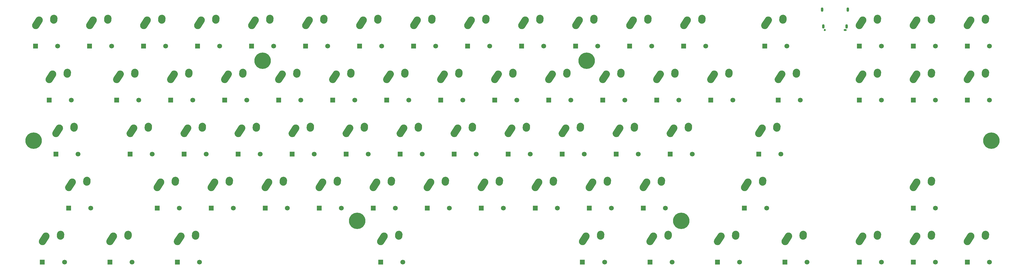
<source format=gts>
%TF.GenerationSoftware,KiCad,Pcbnew,(5.1.6)-1*%
%TF.CreationDate,2020-08-01T22:19:26-04:00*%
%TF.ProjectId,prosaic,70726f73-6169-4632-9e6b-696361645f70,A*%
%TF.SameCoordinates,Original*%
%TF.FileFunction,Soldermask,Top*%
%TF.FilePolarity,Negative*%
%FSLAX46Y46*%
G04 Gerber Fmt 4.6, Leading zero omitted, Abs format (unit mm)*
G04 Created by KiCad (PCBNEW (5.1.6)-1) date 2020-08-01 22:19:26*
%MOMM*%
%LPD*%
G01*
G04 APERTURE LIST*
%ADD10C,0.750000*%
%ADD11O,1.050000X0.750000*%
%ADD12O,0.900000X1.500000*%
%ADD13C,5.800000*%
%ADD14C,1.700000*%
%ADD15R,1.700000X1.700000*%
G04 APERTURE END LIST*
D10*
%TO.C,J1*%
X329340000Y-78990000D03*
D11*
X336540000Y-78990000D03*
D12*
X328450000Y-71790000D03*
X337430000Y-71790000D03*
X337070000Y-77740000D03*
X328810000Y-77740000D03*
%TD*%
D13*
%TO.C,REF\u002A\u002A*%
X388126556Y-118061660D03*
%TD*%
%TO.C,REF\u002A\u002A*%
X278725056Y-146335860D03*
%TD*%
%TO.C,REF\u002A\u002A*%
X245388056Y-89785860D03*
%TD*%
%TO.C,REF\u002A\u002A*%
X164425056Y-146335860D03*
%TD*%
%TO.C,REF\u002A\u002A*%
X131087456Y-89785860D03*
%TD*%
%TO.C,REF\u002A\u002A*%
X50262641Y-118061660D03*
%TD*%
%TO.C,K59*%
G36*
G01*
X306118180Y-132529876D02*
X306157628Y-131951219D01*
G75*
G02*
X307543038Y-130742649I1296990J-88420D01*
G01*
X307543038Y-130742649D01*
G75*
G02*
X308751608Y-132128059I-88420J-1296990D01*
G01*
X308712160Y-132706715D01*
G75*
G02*
X307326750Y-133915285I-1296990J88420D01*
G01*
X307326750Y-133915285D01*
G75*
G02*
X306118180Y-132529875I88420J1296990D01*
G01*
G37*
G36*
G01*
X299959023Y-133849293D02*
X301167947Y-131951663D01*
G75*
G02*
X302962845Y-131553743I1096409J-698489D01*
G01*
X302962845Y-131553743D01*
G75*
G02*
X303360765Y-133348641I-698489J-1096409D01*
G01*
X302151841Y-135246271D01*
G75*
G02*
X300356943Y-135644191I-1096409J698489D01*
G01*
X300356943Y-135644191D01*
G75*
G02*
X299959023Y-133849293I698489J1096409D01*
G01*
G37*
%TD*%
%TO.C,K62*%
G36*
G01*
X311123680Y-113479826D02*
X311163128Y-112901169D01*
G75*
G02*
X312548538Y-111692599I1296990J-88420D01*
G01*
X312548538Y-111692599D01*
G75*
G02*
X313757108Y-113078009I-88420J-1296990D01*
G01*
X313717660Y-113656665D01*
G75*
G02*
X312332250Y-114865235I-1296990J88420D01*
G01*
X312332250Y-114865235D01*
G75*
G02*
X311123680Y-113479825I88420J1296990D01*
G01*
G37*
G36*
G01*
X304964523Y-114799243D02*
X306173447Y-112901613D01*
G75*
G02*
X307968345Y-112503693I1096409J-698489D01*
G01*
X307968345Y-112503693D01*
G75*
G02*
X308366265Y-114298591I-698489J-1096409D01*
G01*
X307157341Y-116196221D01*
G75*
G02*
X305362443Y-116594141I-1096409J698489D01*
G01*
X305362443Y-116594141D01*
G75*
G02*
X304964523Y-114799243I698489J1096409D01*
G01*
G37*
%TD*%
%TO.C,K4*%
G36*
G01*
X67749680Y-132529876D02*
X67789128Y-131951219D01*
G75*
G02*
X69174538Y-130742649I1296990J-88420D01*
G01*
X69174538Y-130742649D01*
G75*
G02*
X70383108Y-132128059I-88420J-1296990D01*
G01*
X70343660Y-132706715D01*
G75*
G02*
X68958250Y-133915285I-1296990J88420D01*
G01*
X68958250Y-133915285D01*
G75*
G02*
X67749680Y-132529875I88420J1296990D01*
G01*
G37*
G36*
G01*
X61590523Y-133849293D02*
X62799447Y-131951663D01*
G75*
G02*
X64594345Y-131553743I1096409J-698489D01*
G01*
X64594345Y-131553743D01*
G75*
G02*
X64992265Y-133348641I-698489J-1096409D01*
G01*
X63783341Y-135246271D01*
G75*
G02*
X61988443Y-135644191I-1096409J698489D01*
G01*
X61988443Y-135644191D01*
G75*
G02*
X61590523Y-133849293I698489J1096409D01*
G01*
G37*
%TD*%
%TO.C,K64*%
G36*
G01*
X313262180Y-75379826D02*
X313301628Y-74801169D01*
G75*
G02*
X314687038Y-73592599I1296990J-88420D01*
G01*
X314687038Y-73592599D01*
G75*
G02*
X315895608Y-74978009I-88420J-1296990D01*
G01*
X315856160Y-75556665D01*
G75*
G02*
X314470750Y-76765235I-1296990J88420D01*
G01*
X314470750Y-76765235D01*
G75*
G02*
X313262180Y-75379825I88420J1296990D01*
G01*
G37*
G36*
G01*
X307103023Y-76699243D02*
X308311947Y-74801613D01*
G75*
G02*
X310106845Y-74403693I1096409J-698489D01*
G01*
X310106845Y-74403693D01*
G75*
G02*
X310504765Y-76198591I-698489J-1096409D01*
G01*
X309295841Y-78096221D01*
G75*
G02*
X307500943Y-78494141I-1096409J698489D01*
G01*
X307500943Y-78494141D01*
G75*
G02*
X307103023Y-76699243I698489J1096409D01*
G01*
G37*
%TD*%
%TO.C,K3*%
G36*
G01*
X63229740Y-113479226D02*
X63269188Y-112900569D01*
G75*
G02*
X64654598Y-111691999I1296990J-88420D01*
G01*
X64654598Y-111691999D01*
G75*
G02*
X65863168Y-113077409I-88420J-1296990D01*
G01*
X65823720Y-113656065D01*
G75*
G02*
X64438310Y-114864635I-1296990J88420D01*
G01*
X64438310Y-114864635D01*
G75*
G02*
X63229740Y-113479225I88420J1296990D01*
G01*
G37*
G36*
G01*
X57070583Y-114798643D02*
X58279507Y-112901013D01*
G75*
G02*
X60074405Y-112503093I1096409J-698489D01*
G01*
X60074405Y-112503093D01*
G75*
G02*
X60472325Y-114297991I-698489J-1096409D01*
G01*
X59263401Y-116195621D01*
G75*
G02*
X57468503Y-116593541I-1096409J698489D01*
G01*
X57468503Y-116593541D01*
G75*
G02*
X57070583Y-114798643I698489J1096409D01*
G01*
G37*
%TD*%
%TO.C,K2*%
G36*
G01*
X60849165Y-94429976D02*
X60888613Y-93851319D01*
G75*
G02*
X62274023Y-92642749I1296990J-88420D01*
G01*
X62274023Y-92642749D01*
G75*
G02*
X63482593Y-94028159I-88420J-1296990D01*
G01*
X63443145Y-94606815D01*
G75*
G02*
X62057735Y-95815385I-1296990J88420D01*
G01*
X62057735Y-95815385D01*
G75*
G02*
X60849165Y-94429975I88420J1296990D01*
G01*
G37*
G36*
G01*
X54690008Y-95749393D02*
X55898932Y-93851763D01*
G75*
G02*
X57693830Y-93453843I1096409J-698489D01*
G01*
X57693830Y-93453843D01*
G75*
G02*
X58091750Y-95248741I-698489J-1096409D01*
G01*
X56882826Y-97146371D01*
G75*
G02*
X55087928Y-97544291I-1096409J698489D01*
G01*
X55087928Y-97544291D01*
G75*
G02*
X54690008Y-95749393I698489J1096409D01*
G01*
G37*
%TD*%
%TO.C,K65*%
G36*
G01*
X318024180Y-94429976D02*
X318063628Y-93851319D01*
G75*
G02*
X319449038Y-92642749I1296990J-88420D01*
G01*
X319449038Y-92642749D01*
G75*
G02*
X320657608Y-94028159I-88420J-1296990D01*
G01*
X320618160Y-94606815D01*
G75*
G02*
X319232750Y-95815385I-1296990J88420D01*
G01*
X319232750Y-95815385D01*
G75*
G02*
X318024180Y-94429975I88420J1296990D01*
G01*
G37*
G36*
G01*
X311865023Y-95749393D02*
X313073947Y-93851763D01*
G75*
G02*
X314868845Y-93453843I1096409J-698489D01*
G01*
X314868845Y-93453843D01*
G75*
G02*
X315266765Y-95248741I-698489J-1096409D01*
G01*
X314057841Y-97146371D01*
G75*
G02*
X312262943Y-97544291I-1096409J698489D01*
G01*
X312262943Y-97544291D01*
G75*
G02*
X311865023Y-95749393I698489J1096409D01*
G01*
G37*
%TD*%
%TO.C,K5*%
G36*
G01*
X58468630Y-151579196D02*
X58508078Y-151000539D01*
G75*
G02*
X59893488Y-149791969I1296990J-88420D01*
G01*
X59893488Y-149791969D01*
G75*
G02*
X61102058Y-151177379I-88420J-1296990D01*
G01*
X61062610Y-151756035D01*
G75*
G02*
X59677200Y-152964605I-1296990J88420D01*
G01*
X59677200Y-152964605D01*
G75*
G02*
X58468630Y-151579195I88420J1296990D01*
G01*
G37*
G36*
G01*
X52309473Y-152898613D02*
X53518397Y-151000983D01*
G75*
G02*
X55313295Y-150603063I1096409J-698489D01*
G01*
X55313295Y-150603063D01*
G75*
G02*
X55711215Y-152397961I-698489J-1096409D01*
G01*
X54502291Y-154295591D01*
G75*
G02*
X52707393Y-154693511I-1096409J698489D01*
G01*
X52707393Y-154693511D01*
G75*
G02*
X52309473Y-152898613I698489J1096409D01*
G01*
G37*
%TD*%
%TO.C,K10*%
G36*
G01*
X82279680Y-151579196D02*
X82319128Y-151000539D01*
G75*
G02*
X83704538Y-149791969I1296990J-88420D01*
G01*
X83704538Y-149791969D01*
G75*
G02*
X84913108Y-151177379I-88420J-1296990D01*
G01*
X84873660Y-151756035D01*
G75*
G02*
X83488250Y-152964605I-1296990J88420D01*
G01*
X83488250Y-152964605D01*
G75*
G02*
X82279680Y-151579195I88420J1296990D01*
G01*
G37*
G36*
G01*
X76120523Y-152898613D02*
X77329447Y-151000983D01*
G75*
G02*
X79124345Y-150603063I1096409J-698489D01*
G01*
X79124345Y-150603063D01*
G75*
G02*
X79522265Y-152397961I-698489J-1096409D01*
G01*
X78313341Y-154295591D01*
G75*
G02*
X76518443Y-154693511I-1096409J698489D01*
G01*
X76518443Y-154693511D01*
G75*
G02*
X76120523Y-152898613I698489J1096409D01*
G01*
G37*
%TD*%
%TO.C,K15*%
G36*
G01*
X106093580Y-151579196D02*
X106133028Y-151000539D01*
G75*
G02*
X107518438Y-149791969I1296990J-88420D01*
G01*
X107518438Y-149791969D01*
G75*
G02*
X108727008Y-151177379I-88420J-1296990D01*
G01*
X108687560Y-151756035D01*
G75*
G02*
X107302150Y-152964605I-1296990J88420D01*
G01*
X107302150Y-152964605D01*
G75*
G02*
X106093580Y-151579195I88420J1296990D01*
G01*
G37*
G36*
G01*
X99934423Y-152898613D02*
X101143347Y-151000983D01*
G75*
G02*
X102938245Y-150603063I1096409J-698489D01*
G01*
X102938245Y-150603063D01*
G75*
G02*
X103336165Y-152397961I-698489J-1096409D01*
G01*
X102127241Y-154295591D01*
G75*
G02*
X100332343Y-154693511I-1096409J698489D01*
G01*
X100332343Y-154693511D01*
G75*
G02*
X99934423Y-152898613I698489J1096409D01*
G01*
G37*
%TD*%
%TO.C,K25*%
G36*
G01*
X248968680Y-151579196D02*
X249008128Y-151000539D01*
G75*
G02*
X250393538Y-149791969I1296990J-88420D01*
G01*
X250393538Y-149791969D01*
G75*
G02*
X251602108Y-151177379I-88420J-1296990D01*
G01*
X251562660Y-151756035D01*
G75*
G02*
X250177250Y-152964605I-1296990J88420D01*
G01*
X250177250Y-152964605D01*
G75*
G02*
X248968680Y-151579195I88420J1296990D01*
G01*
G37*
G36*
G01*
X242809523Y-152898613D02*
X244018447Y-151000983D01*
G75*
G02*
X245813345Y-150603063I1096409J-698489D01*
G01*
X245813345Y-150603063D01*
G75*
G02*
X246211265Y-152397961I-698489J-1096409D01*
G01*
X245002341Y-154295591D01*
G75*
G02*
X243207443Y-154693511I-1096409J698489D01*
G01*
X243207443Y-154693511D01*
G75*
G02*
X242809523Y-152898613I698489J1096409D01*
G01*
G37*
%TD*%
%TO.C,K30*%
G36*
G01*
X272779680Y-151579196D02*
X272819128Y-151000539D01*
G75*
G02*
X274204538Y-149791969I1296990J-88420D01*
G01*
X274204538Y-149791969D01*
G75*
G02*
X275413108Y-151177379I-88420J-1296990D01*
G01*
X275373660Y-151756035D01*
G75*
G02*
X273988250Y-152964605I-1296990J88420D01*
G01*
X273988250Y-152964605D01*
G75*
G02*
X272779680Y-151579195I88420J1296990D01*
G01*
G37*
G36*
G01*
X266620523Y-152898613D02*
X267829447Y-151000983D01*
G75*
G02*
X269624345Y-150603063I1096409J-698489D01*
G01*
X269624345Y-150603063D01*
G75*
G02*
X270022265Y-152397961I-698489J-1096409D01*
G01*
X268813341Y-154295591D01*
G75*
G02*
X267018443Y-154693511I-1096409J698489D01*
G01*
X267018443Y-154693511D01*
G75*
G02*
X266620523Y-152898613I698489J1096409D01*
G01*
G37*
%TD*%
%TO.C,K35*%
G36*
G01*
X296593680Y-151579196D02*
X296633128Y-151000539D01*
G75*
G02*
X298018538Y-149791969I1296990J-88420D01*
G01*
X298018538Y-149791969D01*
G75*
G02*
X299227108Y-151177379I-88420J-1296990D01*
G01*
X299187660Y-151756035D01*
G75*
G02*
X297802250Y-152964605I-1296990J88420D01*
G01*
X297802250Y-152964605D01*
G75*
G02*
X296593680Y-151579195I88420J1296990D01*
G01*
G37*
G36*
G01*
X290434523Y-152898613D02*
X291643447Y-151000983D01*
G75*
G02*
X293438345Y-150603063I1096409J-698489D01*
G01*
X293438345Y-150603063D01*
G75*
G02*
X293836265Y-152397961I-698489J-1096409D01*
G01*
X292627341Y-154295591D01*
G75*
G02*
X290832443Y-154693511I-1096409J698489D01*
G01*
X290832443Y-154693511D01*
G75*
G02*
X290434523Y-152898613I698489J1096409D01*
G01*
G37*
%TD*%
%TO.C,K40*%
G36*
G01*
X320404680Y-151579196D02*
X320444128Y-151000539D01*
G75*
G02*
X321829538Y-149791969I1296990J-88420D01*
G01*
X321829538Y-149791969D01*
G75*
G02*
X323038108Y-151177379I-88420J-1296990D01*
G01*
X322998660Y-151756035D01*
G75*
G02*
X321613250Y-152964605I-1296990J88420D01*
G01*
X321613250Y-152964605D01*
G75*
G02*
X320404680Y-151579195I88420J1296990D01*
G01*
G37*
G36*
G01*
X314245523Y-152898613D02*
X315454447Y-151000983D01*
G75*
G02*
X317249345Y-150603063I1096409J-698489D01*
G01*
X317249345Y-150603063D01*
G75*
G02*
X317647265Y-152397961I-698489J-1096409D01*
G01*
X316438341Y-154295591D01*
G75*
G02*
X314643443Y-154693511I-1096409J698489D01*
G01*
X314643443Y-154693511D01*
G75*
G02*
X314245523Y-152898613I698489J1096409D01*
G01*
G37*
%TD*%
%TO.C,K11*%
G36*
G01*
X94185880Y-75380676D02*
X94225328Y-74802019D01*
G75*
G02*
X95610738Y-73593449I1296990J-88420D01*
G01*
X95610738Y-73593449D01*
G75*
G02*
X96819308Y-74978859I-88420J-1296990D01*
G01*
X96779860Y-75557515D01*
G75*
G02*
X95394450Y-76766085I-1296990J88420D01*
G01*
X95394450Y-76766085D01*
G75*
G02*
X94185880Y-75380675I88420J1296990D01*
G01*
G37*
G36*
G01*
X88026723Y-76700093D02*
X89235647Y-74802463D01*
G75*
G02*
X91030545Y-74404543I1096409J-698489D01*
G01*
X91030545Y-74404543D01*
G75*
G02*
X91428465Y-76199441I-698489J-1096409D01*
G01*
X90219541Y-78097071D01*
G75*
G02*
X88424643Y-78494991I-1096409J698489D01*
G01*
X88424643Y-78494991D01*
G75*
G02*
X88026723Y-76700093I698489J1096409D01*
G01*
G37*
%TD*%
%TO.C,K6*%
G36*
G01*
X75136580Y-75380676D02*
X75176028Y-74802019D01*
G75*
G02*
X76561438Y-73593449I1296990J-88420D01*
G01*
X76561438Y-73593449D01*
G75*
G02*
X77770008Y-74978859I-88420J-1296990D01*
G01*
X77730560Y-75557515D01*
G75*
G02*
X76345150Y-76766085I-1296990J88420D01*
G01*
X76345150Y-76766085D01*
G75*
G02*
X75136580Y-75380675I88420J1296990D01*
G01*
G37*
G36*
G01*
X68977423Y-76700093D02*
X70186347Y-74802463D01*
G75*
G02*
X71981245Y-74404543I1096409J-698489D01*
G01*
X71981245Y-74404543D01*
G75*
G02*
X72379165Y-76199441I-698489J-1096409D01*
G01*
X71170241Y-78097071D01*
G75*
G02*
X69375343Y-78494991I-1096409J698489D01*
G01*
X69375343Y-78494991D01*
G75*
G02*
X68977423Y-76700093I698489J1096409D01*
G01*
G37*
%TD*%
%TO.C,K1*%
G36*
G01*
X56087350Y-75380676D02*
X56126798Y-74802019D01*
G75*
G02*
X57512208Y-73593449I1296990J-88420D01*
G01*
X57512208Y-73593449D01*
G75*
G02*
X58720778Y-74978859I-88420J-1296990D01*
G01*
X58681330Y-75557515D01*
G75*
G02*
X57295920Y-76766085I-1296990J88420D01*
G01*
X57295920Y-76766085D01*
G75*
G02*
X56087350Y-75380675I88420J1296990D01*
G01*
G37*
G36*
G01*
X49928193Y-76700093D02*
X51137117Y-74802463D01*
G75*
G02*
X52932015Y-74404543I1096409J-698489D01*
G01*
X52932015Y-74404543D01*
G75*
G02*
X53329935Y-76199441I-698489J-1096409D01*
G01*
X52121011Y-78097071D01*
G75*
G02*
X50326113Y-78494991I-1096409J698489D01*
G01*
X50326113Y-78494991D01*
G75*
G02*
X49928193Y-76700093I698489J1096409D01*
G01*
G37*
%TD*%
%TO.C,K16*%
G36*
G01*
X113235880Y-75380676D02*
X113275328Y-74802019D01*
G75*
G02*
X114660738Y-73593449I1296990J-88420D01*
G01*
X114660738Y-73593449D01*
G75*
G02*
X115869308Y-74978859I-88420J-1296990D01*
G01*
X115829860Y-75557515D01*
G75*
G02*
X114444450Y-76766085I-1296990J88420D01*
G01*
X114444450Y-76766085D01*
G75*
G02*
X113235880Y-75380675I88420J1296990D01*
G01*
G37*
G36*
G01*
X107076723Y-76700093D02*
X108285647Y-74802463D01*
G75*
G02*
X110080545Y-74404543I1096409J-698489D01*
G01*
X110080545Y-74404543D01*
G75*
G02*
X110478465Y-76199441I-698489J-1096409D01*
G01*
X109269541Y-78097071D01*
G75*
G02*
X107474643Y-78494991I-1096409J698489D01*
G01*
X107474643Y-78494991D01*
G75*
G02*
X107076723Y-76700093I698489J1096409D01*
G01*
G37*
%TD*%
%TO.C,K21*%
G36*
G01*
X132286580Y-75380676D02*
X132326028Y-74802019D01*
G75*
G02*
X133711438Y-73593449I1296990J-88420D01*
G01*
X133711438Y-73593449D01*
G75*
G02*
X134920008Y-74978859I-88420J-1296990D01*
G01*
X134880560Y-75557515D01*
G75*
G02*
X133495150Y-76766085I-1296990J88420D01*
G01*
X133495150Y-76766085D01*
G75*
G02*
X132286580Y-75380675I88420J1296990D01*
G01*
G37*
G36*
G01*
X126127423Y-76700093D02*
X127336347Y-74802463D01*
G75*
G02*
X129131245Y-74404543I1096409J-698489D01*
G01*
X129131245Y-74404543D01*
G75*
G02*
X129529165Y-76199441I-698489J-1096409D01*
G01*
X128320241Y-78097071D01*
G75*
G02*
X126525343Y-78494991I-1096409J698489D01*
G01*
X126525343Y-78494991D01*
G75*
G02*
X126127423Y-76700093I698489J1096409D01*
G01*
G37*
%TD*%
%TO.C,K26*%
G36*
G01*
X151335880Y-75380676D02*
X151375328Y-74802019D01*
G75*
G02*
X152760738Y-73593449I1296990J-88420D01*
G01*
X152760738Y-73593449D01*
G75*
G02*
X153969308Y-74978859I-88420J-1296990D01*
G01*
X153929860Y-75557515D01*
G75*
G02*
X152544450Y-76766085I-1296990J88420D01*
G01*
X152544450Y-76766085D01*
G75*
G02*
X151335880Y-75380675I88420J1296990D01*
G01*
G37*
G36*
G01*
X145176723Y-76700093D02*
X146385647Y-74802463D01*
G75*
G02*
X148180545Y-74404543I1096409J-698489D01*
G01*
X148180545Y-74404543D01*
G75*
G02*
X148578465Y-76199441I-698489J-1096409D01*
G01*
X147369541Y-78097071D01*
G75*
G02*
X145574643Y-78494991I-1096409J698489D01*
G01*
X145574643Y-78494991D01*
G75*
G02*
X145176723Y-76700093I698489J1096409D01*
G01*
G37*
%TD*%
%TO.C,K31*%
G36*
G01*
X170386180Y-75380676D02*
X170425628Y-74802019D01*
G75*
G02*
X171811038Y-73593449I1296990J-88420D01*
G01*
X171811038Y-73593449D01*
G75*
G02*
X173019608Y-74978859I-88420J-1296990D01*
G01*
X172980160Y-75557515D01*
G75*
G02*
X171594750Y-76766085I-1296990J88420D01*
G01*
X171594750Y-76766085D01*
G75*
G02*
X170386180Y-75380675I88420J1296990D01*
G01*
G37*
G36*
G01*
X164227023Y-76700093D02*
X165435947Y-74802463D01*
G75*
G02*
X167230845Y-74404543I1096409J-698489D01*
G01*
X167230845Y-74404543D01*
G75*
G02*
X167628765Y-76199441I-698489J-1096409D01*
G01*
X166419841Y-78097071D01*
G75*
G02*
X164624943Y-78494991I-1096409J698489D01*
G01*
X164624943Y-78494991D01*
G75*
G02*
X164227023Y-76700093I698489J1096409D01*
G01*
G37*
%TD*%
%TO.C,K36*%
G36*
G01*
X189437180Y-75380676D02*
X189476628Y-74802019D01*
G75*
G02*
X190862038Y-73593449I1296990J-88420D01*
G01*
X190862038Y-73593449D01*
G75*
G02*
X192070608Y-74978859I-88420J-1296990D01*
G01*
X192031160Y-75557515D01*
G75*
G02*
X190645750Y-76766085I-1296990J88420D01*
G01*
X190645750Y-76766085D01*
G75*
G02*
X189437180Y-75380675I88420J1296990D01*
G01*
G37*
G36*
G01*
X183278023Y-76700093D02*
X184486947Y-74802463D01*
G75*
G02*
X186281845Y-74404543I1096409J-698489D01*
G01*
X186281845Y-74404543D01*
G75*
G02*
X186679765Y-76199441I-698489J-1096409D01*
G01*
X185470841Y-78097071D01*
G75*
G02*
X183675943Y-78494991I-1096409J698489D01*
G01*
X183675943Y-78494991D01*
G75*
G02*
X183278023Y-76700093I698489J1096409D01*
G01*
G37*
%TD*%
%TO.C,K41*%
G36*
G01*
X208487180Y-75380676D02*
X208526628Y-74802019D01*
G75*
G02*
X209912038Y-73593449I1296990J-88420D01*
G01*
X209912038Y-73593449D01*
G75*
G02*
X211120608Y-74978859I-88420J-1296990D01*
G01*
X211081160Y-75557515D01*
G75*
G02*
X209695750Y-76766085I-1296990J88420D01*
G01*
X209695750Y-76766085D01*
G75*
G02*
X208487180Y-75380675I88420J1296990D01*
G01*
G37*
G36*
G01*
X202328023Y-76700093D02*
X203536947Y-74802463D01*
G75*
G02*
X205331845Y-74404543I1096409J-698489D01*
G01*
X205331845Y-74404543D01*
G75*
G02*
X205729765Y-76199441I-698489J-1096409D01*
G01*
X204520841Y-78097071D01*
G75*
G02*
X202725943Y-78494991I-1096409J698489D01*
G01*
X202725943Y-78494991D01*
G75*
G02*
X202328023Y-76700093I698489J1096409D01*
G01*
G37*
%TD*%
%TO.C,K46*%
G36*
G01*
X227537180Y-75380676D02*
X227576628Y-74802019D01*
G75*
G02*
X228962038Y-73593449I1296990J-88420D01*
G01*
X228962038Y-73593449D01*
G75*
G02*
X230170608Y-74978859I-88420J-1296990D01*
G01*
X230131160Y-75557515D01*
G75*
G02*
X228745750Y-76766085I-1296990J88420D01*
G01*
X228745750Y-76766085D01*
G75*
G02*
X227537180Y-75380675I88420J1296990D01*
G01*
G37*
G36*
G01*
X221378023Y-76700093D02*
X222586947Y-74802463D01*
G75*
G02*
X224381845Y-74404543I1096409J-698489D01*
G01*
X224381845Y-74404543D01*
G75*
G02*
X224779765Y-76199441I-698489J-1096409D01*
G01*
X223570841Y-78097071D01*
G75*
G02*
X221775943Y-78494991I-1096409J698489D01*
G01*
X221775943Y-78494991D01*
G75*
G02*
X221378023Y-76700093I698489J1096409D01*
G01*
G37*
%TD*%
%TO.C,K51*%
G36*
G01*
X246587180Y-75380676D02*
X246626628Y-74802019D01*
G75*
G02*
X248012038Y-73593449I1296990J-88420D01*
G01*
X248012038Y-73593449D01*
G75*
G02*
X249220608Y-74978859I-88420J-1296990D01*
G01*
X249181160Y-75557515D01*
G75*
G02*
X247795750Y-76766085I-1296990J88420D01*
G01*
X247795750Y-76766085D01*
G75*
G02*
X246587180Y-75380675I88420J1296990D01*
G01*
G37*
G36*
G01*
X240428023Y-76700093D02*
X241636947Y-74802463D01*
G75*
G02*
X243431845Y-74404543I1096409J-698489D01*
G01*
X243431845Y-74404543D01*
G75*
G02*
X243829765Y-76199441I-698489J-1096409D01*
G01*
X242620841Y-78097071D01*
G75*
G02*
X240825943Y-78494991I-1096409J698489D01*
G01*
X240825943Y-78494991D01*
G75*
G02*
X240428023Y-76700093I698489J1096409D01*
G01*
G37*
%TD*%
%TO.C,K56*%
G36*
G01*
X265637180Y-75380676D02*
X265676628Y-74802019D01*
G75*
G02*
X267062038Y-73593449I1296990J-88420D01*
G01*
X267062038Y-73593449D01*
G75*
G02*
X268270608Y-74978859I-88420J-1296990D01*
G01*
X268231160Y-75557515D01*
G75*
G02*
X266845750Y-76766085I-1296990J88420D01*
G01*
X266845750Y-76766085D01*
G75*
G02*
X265637180Y-75380675I88420J1296990D01*
G01*
G37*
G36*
G01*
X259478023Y-76700093D02*
X260686947Y-74802463D01*
G75*
G02*
X262481845Y-74404543I1096409J-698489D01*
G01*
X262481845Y-74404543D01*
G75*
G02*
X262879765Y-76199441I-698489J-1096409D01*
G01*
X261670841Y-78097071D01*
G75*
G02*
X259875943Y-78494991I-1096409J698489D01*
G01*
X259875943Y-78494991D01*
G75*
G02*
X259478023Y-76700093I698489J1096409D01*
G01*
G37*
%TD*%
%TO.C,K60*%
G36*
G01*
X284687180Y-75380676D02*
X284726628Y-74802019D01*
G75*
G02*
X286112038Y-73593449I1296990J-88420D01*
G01*
X286112038Y-73593449D01*
G75*
G02*
X287320608Y-74978859I-88420J-1296990D01*
G01*
X287281160Y-75557515D01*
G75*
G02*
X285895750Y-76766085I-1296990J88420D01*
G01*
X285895750Y-76766085D01*
G75*
G02*
X284687180Y-75380675I88420J1296990D01*
G01*
G37*
G36*
G01*
X278528023Y-76700093D02*
X279736947Y-74802463D01*
G75*
G02*
X281531845Y-74404543I1096409J-698489D01*
G01*
X281531845Y-74404543D01*
G75*
G02*
X281929765Y-76199441I-698489J-1096409D01*
G01*
X280720841Y-78097071D01*
G75*
G02*
X278925943Y-78494991I-1096409J698489D01*
G01*
X278925943Y-78494991D01*
G75*
G02*
X278528023Y-76700093I698489J1096409D01*
G01*
G37*
%TD*%
%TO.C,K68*%
G36*
G01*
X346599180Y-75380676D02*
X346638628Y-74802019D01*
G75*
G02*
X348024038Y-73593449I1296990J-88420D01*
G01*
X348024038Y-73593449D01*
G75*
G02*
X349232608Y-74978859I-88420J-1296990D01*
G01*
X349193160Y-75557515D01*
G75*
G02*
X347807750Y-76766085I-1296990J88420D01*
G01*
X347807750Y-76766085D01*
G75*
G02*
X346599180Y-75380675I88420J1296990D01*
G01*
G37*
G36*
G01*
X340440023Y-76700093D02*
X341648947Y-74802463D01*
G75*
G02*
X343443845Y-74404543I1096409J-698489D01*
G01*
X343443845Y-74404543D01*
G75*
G02*
X343841765Y-76199441I-698489J-1096409D01*
G01*
X342632841Y-78097071D01*
G75*
G02*
X340837943Y-78494991I-1096409J698489D01*
G01*
X340837943Y-78494991D01*
G75*
G02*
X340440023Y-76700093I698489J1096409D01*
G01*
G37*
%TD*%
%TO.C,K66*%
G36*
G01*
X365649180Y-75380676D02*
X365688628Y-74802019D01*
G75*
G02*
X367074038Y-73593449I1296990J-88420D01*
G01*
X367074038Y-73593449D01*
G75*
G02*
X368282608Y-74978859I-88420J-1296990D01*
G01*
X368243160Y-75557515D01*
G75*
G02*
X366857750Y-76766085I-1296990J88420D01*
G01*
X366857750Y-76766085D01*
G75*
G02*
X365649180Y-75380675I88420J1296990D01*
G01*
G37*
G36*
G01*
X359490023Y-76700093D02*
X360698947Y-74802463D01*
G75*
G02*
X362493845Y-74404543I1096409J-698489D01*
G01*
X362493845Y-74404543D01*
G75*
G02*
X362891765Y-76199441I-698489J-1096409D01*
G01*
X361682841Y-78097071D01*
G75*
G02*
X359887943Y-78494991I-1096409J698489D01*
G01*
X359887943Y-78494991D01*
G75*
G02*
X359490023Y-76700093I698489J1096409D01*
G01*
G37*
%TD*%
%TO.C,K70*%
G36*
G01*
X384699180Y-75380676D02*
X384738628Y-74802019D01*
G75*
G02*
X386124038Y-73593449I1296990J-88420D01*
G01*
X386124038Y-73593449D01*
G75*
G02*
X387332608Y-74978859I-88420J-1296990D01*
G01*
X387293160Y-75557515D01*
G75*
G02*
X385907750Y-76766085I-1296990J88420D01*
G01*
X385907750Y-76766085D01*
G75*
G02*
X384699180Y-75380675I88420J1296990D01*
G01*
G37*
G36*
G01*
X378540023Y-76700093D02*
X379748947Y-74802463D01*
G75*
G02*
X381543845Y-74404543I1096409J-698489D01*
G01*
X381543845Y-74404543D01*
G75*
G02*
X381941765Y-76199441I-698489J-1096409D01*
G01*
X380732841Y-78097071D01*
G75*
G02*
X378937943Y-78494991I-1096409J698489D01*
G01*
X378937943Y-78494991D01*
G75*
G02*
X378540023Y-76700093I698489J1096409D01*
G01*
G37*
%TD*%
%TO.C,K7*%
G36*
G01*
X84662280Y-94429976D02*
X84701728Y-93851319D01*
G75*
G02*
X86087138Y-92642749I1296990J-88420D01*
G01*
X86087138Y-92642749D01*
G75*
G02*
X87295708Y-94028159I-88420J-1296990D01*
G01*
X87256260Y-94606815D01*
G75*
G02*
X85870850Y-95815385I-1296990J88420D01*
G01*
X85870850Y-95815385D01*
G75*
G02*
X84662280Y-94429975I88420J1296990D01*
G01*
G37*
G36*
G01*
X78503123Y-95749393D02*
X79712047Y-93851763D01*
G75*
G02*
X81506945Y-93453843I1096409J-698489D01*
G01*
X81506945Y-93453843D01*
G75*
G02*
X81904865Y-95248741I-698489J-1096409D01*
G01*
X80695941Y-97146371D01*
G75*
G02*
X78901043Y-97544291I-1096409J698489D01*
G01*
X78901043Y-97544291D01*
G75*
G02*
X78503123Y-95749393I698489J1096409D01*
G01*
G37*
%TD*%
%TO.C,K12*%
G36*
G01*
X103712280Y-94429976D02*
X103751728Y-93851319D01*
G75*
G02*
X105137138Y-92642749I1296990J-88420D01*
G01*
X105137138Y-92642749D01*
G75*
G02*
X106345708Y-94028159I-88420J-1296990D01*
G01*
X106306260Y-94606815D01*
G75*
G02*
X104920850Y-95815385I-1296990J88420D01*
G01*
X104920850Y-95815385D01*
G75*
G02*
X103712280Y-94429975I88420J1296990D01*
G01*
G37*
G36*
G01*
X97553123Y-95749393D02*
X98762047Y-93851763D01*
G75*
G02*
X100556945Y-93453843I1096409J-698489D01*
G01*
X100556945Y-93453843D01*
G75*
G02*
X100954865Y-95248741I-698489J-1096409D01*
G01*
X99745941Y-97146371D01*
G75*
G02*
X97951043Y-97544291I-1096409J698489D01*
G01*
X97951043Y-97544291D01*
G75*
G02*
X97553123Y-95749393I698489J1096409D01*
G01*
G37*
%TD*%
%TO.C,K17*%
G36*
G01*
X122761580Y-94429976D02*
X122801028Y-93851319D01*
G75*
G02*
X124186438Y-92642749I1296990J-88420D01*
G01*
X124186438Y-92642749D01*
G75*
G02*
X125395008Y-94028159I-88420J-1296990D01*
G01*
X125355560Y-94606815D01*
G75*
G02*
X123970150Y-95815385I-1296990J88420D01*
G01*
X123970150Y-95815385D01*
G75*
G02*
X122761580Y-94429975I88420J1296990D01*
G01*
G37*
G36*
G01*
X116602423Y-95749393D02*
X117811347Y-93851763D01*
G75*
G02*
X119606245Y-93453843I1096409J-698489D01*
G01*
X119606245Y-93453843D01*
G75*
G02*
X120004165Y-95248741I-698489J-1096409D01*
G01*
X118795241Y-97146371D01*
G75*
G02*
X117000343Y-97544291I-1096409J698489D01*
G01*
X117000343Y-97544291D01*
G75*
G02*
X116602423Y-95749393I698489J1096409D01*
G01*
G37*
%TD*%
%TO.C,K22*%
G36*
G01*
X141811380Y-94429976D02*
X141850828Y-93851319D01*
G75*
G02*
X143236238Y-92642749I1296990J-88420D01*
G01*
X143236238Y-92642749D01*
G75*
G02*
X144444808Y-94028159I-88420J-1296990D01*
G01*
X144405360Y-94606815D01*
G75*
G02*
X143019950Y-95815385I-1296990J88420D01*
G01*
X143019950Y-95815385D01*
G75*
G02*
X141811380Y-94429975I88420J1296990D01*
G01*
G37*
G36*
G01*
X135652223Y-95749393D02*
X136861147Y-93851763D01*
G75*
G02*
X138656045Y-93453843I1096409J-698489D01*
G01*
X138656045Y-93453843D01*
G75*
G02*
X139053965Y-95248741I-698489J-1096409D01*
G01*
X137845041Y-97146371D01*
G75*
G02*
X136050143Y-97544291I-1096409J698489D01*
G01*
X136050143Y-97544291D01*
G75*
G02*
X135652223Y-95749393I698489J1096409D01*
G01*
G37*
%TD*%
%TO.C,K27*%
G36*
G01*
X160861180Y-94429976D02*
X160900628Y-93851319D01*
G75*
G02*
X162286038Y-92642749I1296990J-88420D01*
G01*
X162286038Y-92642749D01*
G75*
G02*
X163494608Y-94028159I-88420J-1296990D01*
G01*
X163455160Y-94606815D01*
G75*
G02*
X162069750Y-95815385I-1296990J88420D01*
G01*
X162069750Y-95815385D01*
G75*
G02*
X160861180Y-94429975I88420J1296990D01*
G01*
G37*
G36*
G01*
X154702023Y-95749393D02*
X155910947Y-93851763D01*
G75*
G02*
X157705845Y-93453843I1096409J-698489D01*
G01*
X157705845Y-93453843D01*
G75*
G02*
X158103765Y-95248741I-698489J-1096409D01*
G01*
X156894841Y-97146371D01*
G75*
G02*
X155099943Y-97544291I-1096409J698489D01*
G01*
X155099943Y-97544291D01*
G75*
G02*
X154702023Y-95749393I698489J1096409D01*
G01*
G37*
%TD*%
%TO.C,K32*%
G36*
G01*
X179911180Y-94429976D02*
X179950628Y-93851319D01*
G75*
G02*
X181336038Y-92642749I1296990J-88420D01*
G01*
X181336038Y-92642749D01*
G75*
G02*
X182544608Y-94028159I-88420J-1296990D01*
G01*
X182505160Y-94606815D01*
G75*
G02*
X181119750Y-95815385I-1296990J88420D01*
G01*
X181119750Y-95815385D01*
G75*
G02*
X179911180Y-94429975I88420J1296990D01*
G01*
G37*
G36*
G01*
X173752023Y-95749393D02*
X174960947Y-93851763D01*
G75*
G02*
X176755845Y-93453843I1096409J-698489D01*
G01*
X176755845Y-93453843D01*
G75*
G02*
X177153765Y-95248741I-698489J-1096409D01*
G01*
X175944841Y-97146371D01*
G75*
G02*
X174149943Y-97544291I-1096409J698489D01*
G01*
X174149943Y-97544291D01*
G75*
G02*
X173752023Y-95749393I698489J1096409D01*
G01*
G37*
%TD*%
%TO.C,K37*%
G36*
G01*
X198962180Y-94429976D02*
X199001628Y-93851319D01*
G75*
G02*
X200387038Y-92642749I1296990J-88420D01*
G01*
X200387038Y-92642749D01*
G75*
G02*
X201595608Y-94028159I-88420J-1296990D01*
G01*
X201556160Y-94606815D01*
G75*
G02*
X200170750Y-95815385I-1296990J88420D01*
G01*
X200170750Y-95815385D01*
G75*
G02*
X198962180Y-94429975I88420J1296990D01*
G01*
G37*
G36*
G01*
X192803023Y-95749393D02*
X194011947Y-93851763D01*
G75*
G02*
X195806845Y-93453843I1096409J-698489D01*
G01*
X195806845Y-93453843D01*
G75*
G02*
X196204765Y-95248741I-698489J-1096409D01*
G01*
X194995841Y-97146371D01*
G75*
G02*
X193200943Y-97544291I-1096409J698489D01*
G01*
X193200943Y-97544291D01*
G75*
G02*
X192803023Y-95749393I698489J1096409D01*
G01*
G37*
%TD*%
%TO.C,K42*%
G36*
G01*
X218012180Y-94429976D02*
X218051628Y-93851319D01*
G75*
G02*
X219437038Y-92642749I1296990J-88420D01*
G01*
X219437038Y-92642749D01*
G75*
G02*
X220645608Y-94028159I-88420J-1296990D01*
G01*
X220606160Y-94606815D01*
G75*
G02*
X219220750Y-95815385I-1296990J88420D01*
G01*
X219220750Y-95815385D01*
G75*
G02*
X218012180Y-94429975I88420J1296990D01*
G01*
G37*
G36*
G01*
X211853023Y-95749393D02*
X213061947Y-93851763D01*
G75*
G02*
X214856845Y-93453843I1096409J-698489D01*
G01*
X214856845Y-93453843D01*
G75*
G02*
X215254765Y-95248741I-698489J-1096409D01*
G01*
X214045841Y-97146371D01*
G75*
G02*
X212250943Y-97544291I-1096409J698489D01*
G01*
X212250943Y-97544291D01*
G75*
G02*
X211853023Y-95749393I698489J1096409D01*
G01*
G37*
%TD*%
%TO.C,K47*%
G36*
G01*
X237062180Y-94429976D02*
X237101628Y-93851319D01*
G75*
G02*
X238487038Y-92642749I1296990J-88420D01*
G01*
X238487038Y-92642749D01*
G75*
G02*
X239695608Y-94028159I-88420J-1296990D01*
G01*
X239656160Y-94606815D01*
G75*
G02*
X238270750Y-95815385I-1296990J88420D01*
G01*
X238270750Y-95815385D01*
G75*
G02*
X237062180Y-94429975I88420J1296990D01*
G01*
G37*
G36*
G01*
X230903023Y-95749393D02*
X232111947Y-93851763D01*
G75*
G02*
X233906845Y-93453843I1096409J-698489D01*
G01*
X233906845Y-93453843D01*
G75*
G02*
X234304765Y-95248741I-698489J-1096409D01*
G01*
X233095841Y-97146371D01*
G75*
G02*
X231300943Y-97544291I-1096409J698489D01*
G01*
X231300943Y-97544291D01*
G75*
G02*
X230903023Y-95749393I698489J1096409D01*
G01*
G37*
%TD*%
%TO.C,K52*%
G36*
G01*
X256112180Y-94429976D02*
X256151628Y-93851319D01*
G75*
G02*
X257537038Y-92642749I1296990J-88420D01*
G01*
X257537038Y-92642749D01*
G75*
G02*
X258745608Y-94028159I-88420J-1296990D01*
G01*
X258706160Y-94606815D01*
G75*
G02*
X257320750Y-95815385I-1296990J88420D01*
G01*
X257320750Y-95815385D01*
G75*
G02*
X256112180Y-94429975I88420J1296990D01*
G01*
G37*
G36*
G01*
X249953023Y-95749393D02*
X251161947Y-93851763D01*
G75*
G02*
X252956845Y-93453843I1096409J-698489D01*
G01*
X252956845Y-93453843D01*
G75*
G02*
X253354765Y-95248741I-698489J-1096409D01*
G01*
X252145841Y-97146371D01*
G75*
G02*
X250350943Y-97544291I-1096409J698489D01*
G01*
X250350943Y-97544291D01*
G75*
G02*
X249953023Y-95749393I698489J1096409D01*
G01*
G37*
%TD*%
%TO.C,K57*%
G36*
G01*
X275162180Y-94429976D02*
X275201628Y-93851319D01*
G75*
G02*
X276587038Y-92642749I1296990J-88420D01*
G01*
X276587038Y-92642749D01*
G75*
G02*
X277795608Y-94028159I-88420J-1296990D01*
G01*
X277756160Y-94606815D01*
G75*
G02*
X276370750Y-95815385I-1296990J88420D01*
G01*
X276370750Y-95815385D01*
G75*
G02*
X275162180Y-94429975I88420J1296990D01*
G01*
G37*
G36*
G01*
X269003023Y-95749393D02*
X270211947Y-93851763D01*
G75*
G02*
X272006845Y-93453843I1096409J-698489D01*
G01*
X272006845Y-93453843D01*
G75*
G02*
X272404765Y-95248741I-698489J-1096409D01*
G01*
X271195841Y-97146371D01*
G75*
G02*
X269400943Y-97544291I-1096409J698489D01*
G01*
X269400943Y-97544291D01*
G75*
G02*
X269003023Y-95749393I698489J1096409D01*
G01*
G37*
%TD*%
%TO.C,K61*%
G36*
G01*
X294211680Y-94429976D02*
X294251128Y-93851319D01*
G75*
G02*
X295636538Y-92642749I1296990J-88420D01*
G01*
X295636538Y-92642749D01*
G75*
G02*
X296845108Y-94028159I-88420J-1296990D01*
G01*
X296805660Y-94606815D01*
G75*
G02*
X295420250Y-95815385I-1296990J88420D01*
G01*
X295420250Y-95815385D01*
G75*
G02*
X294211680Y-94429975I88420J1296990D01*
G01*
G37*
G36*
G01*
X288052523Y-95749393D02*
X289261447Y-93851763D01*
G75*
G02*
X291056345Y-93453843I1096409J-698489D01*
G01*
X291056345Y-93453843D01*
G75*
G02*
X291454265Y-95248741I-698489J-1096409D01*
G01*
X290245341Y-97146371D01*
G75*
G02*
X288450443Y-97544291I-1096409J698489D01*
G01*
X288450443Y-97544291D01*
G75*
G02*
X288052523Y-95749393I698489J1096409D01*
G01*
G37*
%TD*%
%TO.C,K69*%
G36*
G01*
X346599180Y-94429976D02*
X346638628Y-93851319D01*
G75*
G02*
X348024038Y-92642749I1296990J-88420D01*
G01*
X348024038Y-92642749D01*
G75*
G02*
X349232608Y-94028159I-88420J-1296990D01*
G01*
X349193160Y-94606815D01*
G75*
G02*
X347807750Y-95815385I-1296990J88420D01*
G01*
X347807750Y-95815385D01*
G75*
G02*
X346599180Y-94429975I88420J1296990D01*
G01*
G37*
G36*
G01*
X340440023Y-95749393D02*
X341648947Y-93851763D01*
G75*
G02*
X343443845Y-93453843I1096409J-698489D01*
G01*
X343443845Y-93453843D01*
G75*
G02*
X343841765Y-95248741I-698489J-1096409D01*
G01*
X342632841Y-97146371D01*
G75*
G02*
X340837943Y-97544291I-1096409J698489D01*
G01*
X340837943Y-97544291D01*
G75*
G02*
X340440023Y-95749393I698489J1096409D01*
G01*
G37*
%TD*%
%TO.C,K67*%
G36*
G01*
X365649180Y-94429976D02*
X365688628Y-93851319D01*
G75*
G02*
X367074038Y-92642749I1296990J-88420D01*
G01*
X367074038Y-92642749D01*
G75*
G02*
X368282608Y-94028159I-88420J-1296990D01*
G01*
X368243160Y-94606815D01*
G75*
G02*
X366857750Y-95815385I-1296990J88420D01*
G01*
X366857750Y-95815385D01*
G75*
G02*
X365649180Y-94429975I88420J1296990D01*
G01*
G37*
G36*
G01*
X359490023Y-95749393D02*
X360698947Y-93851763D01*
G75*
G02*
X362493845Y-93453843I1096409J-698489D01*
G01*
X362493845Y-93453843D01*
G75*
G02*
X362891765Y-95248741I-698489J-1096409D01*
G01*
X361682841Y-97146371D01*
G75*
G02*
X359887943Y-97544291I-1096409J698489D01*
G01*
X359887943Y-97544291D01*
G75*
G02*
X359490023Y-95749393I698489J1096409D01*
G01*
G37*
%TD*%
%TO.C,K71*%
G36*
G01*
X384699180Y-94429976D02*
X384738628Y-93851319D01*
G75*
G02*
X386124038Y-92642749I1296990J-88420D01*
G01*
X386124038Y-92642749D01*
G75*
G02*
X387332608Y-94028159I-88420J-1296990D01*
G01*
X387293160Y-94606815D01*
G75*
G02*
X385907750Y-95815385I-1296990J88420D01*
G01*
X385907750Y-95815385D01*
G75*
G02*
X384699180Y-94429975I88420J1296990D01*
G01*
G37*
G36*
G01*
X378540023Y-95749393D02*
X379748947Y-93851763D01*
G75*
G02*
X381543845Y-93453843I1096409J-698489D01*
G01*
X381543845Y-93453843D01*
G75*
G02*
X381941765Y-95248741I-698489J-1096409D01*
G01*
X380732841Y-97146371D01*
G75*
G02*
X378937943Y-97544291I-1096409J698489D01*
G01*
X378937943Y-97544291D01*
G75*
G02*
X378540023Y-95749393I698489J1096409D01*
G01*
G37*
%TD*%
%TO.C,K8*%
G36*
G01*
X89424080Y-113479226D02*
X89463528Y-112900569D01*
G75*
G02*
X90848938Y-111691999I1296990J-88420D01*
G01*
X90848938Y-111691999D01*
G75*
G02*
X92057508Y-113077409I-88420J-1296990D01*
G01*
X92018060Y-113656065D01*
G75*
G02*
X90632650Y-114864635I-1296990J88420D01*
G01*
X90632650Y-114864635D01*
G75*
G02*
X89424080Y-113479225I88420J1296990D01*
G01*
G37*
G36*
G01*
X83264923Y-114798643D02*
X84473847Y-112901013D01*
G75*
G02*
X86268745Y-112503093I1096409J-698489D01*
G01*
X86268745Y-112503093D01*
G75*
G02*
X86666665Y-114297991I-698489J-1096409D01*
G01*
X85457741Y-116195621D01*
G75*
G02*
X83662843Y-116593541I-1096409J698489D01*
G01*
X83662843Y-116593541D01*
G75*
G02*
X83264923Y-114798643I698489J1096409D01*
G01*
G37*
%TD*%
%TO.C,K13*%
G36*
G01*
X108474080Y-113479226D02*
X108513528Y-112900569D01*
G75*
G02*
X109898938Y-111691999I1296990J-88420D01*
G01*
X109898938Y-111691999D01*
G75*
G02*
X111107508Y-113077409I-88420J-1296990D01*
G01*
X111068060Y-113656065D01*
G75*
G02*
X109682650Y-114864635I-1296990J88420D01*
G01*
X109682650Y-114864635D01*
G75*
G02*
X108474080Y-113479225I88420J1296990D01*
G01*
G37*
G36*
G01*
X102314923Y-114798643D02*
X103523847Y-112901013D01*
G75*
G02*
X105318745Y-112503093I1096409J-698489D01*
G01*
X105318745Y-112503093D01*
G75*
G02*
X105716665Y-114297991I-698489J-1096409D01*
G01*
X104507741Y-116195621D01*
G75*
G02*
X102712843Y-116593541I-1096409J698489D01*
G01*
X102712843Y-116593541D01*
G75*
G02*
X102314923Y-114798643I698489J1096409D01*
G01*
G37*
%TD*%
%TO.C,K18*%
G36*
G01*
X127524080Y-113479226D02*
X127563528Y-112900569D01*
G75*
G02*
X128948938Y-111691999I1296990J-88420D01*
G01*
X128948938Y-111691999D01*
G75*
G02*
X130157508Y-113077409I-88420J-1296990D01*
G01*
X130118060Y-113656065D01*
G75*
G02*
X128732650Y-114864635I-1296990J88420D01*
G01*
X128732650Y-114864635D01*
G75*
G02*
X127524080Y-113479225I88420J1296990D01*
G01*
G37*
G36*
G01*
X121364923Y-114798643D02*
X122573847Y-112901013D01*
G75*
G02*
X124368745Y-112503093I1096409J-698489D01*
G01*
X124368745Y-112503093D01*
G75*
G02*
X124766665Y-114297991I-698489J-1096409D01*
G01*
X123557741Y-116195621D01*
G75*
G02*
X121762843Y-116593541I-1096409J698489D01*
G01*
X121762843Y-116593541D01*
G75*
G02*
X121364923Y-114798643I698489J1096409D01*
G01*
G37*
%TD*%
%TO.C,K23*%
G36*
G01*
X146574130Y-113479226D02*
X146613578Y-112900569D01*
G75*
G02*
X147998988Y-111691999I1296990J-88420D01*
G01*
X147998988Y-111691999D01*
G75*
G02*
X149207558Y-113077409I-88420J-1296990D01*
G01*
X149168110Y-113656065D01*
G75*
G02*
X147782700Y-114864635I-1296990J88420D01*
G01*
X147782700Y-114864635D01*
G75*
G02*
X146574130Y-113479225I88420J1296990D01*
G01*
G37*
G36*
G01*
X140414973Y-114798643D02*
X141623897Y-112901013D01*
G75*
G02*
X143418795Y-112503093I1096409J-698489D01*
G01*
X143418795Y-112503093D01*
G75*
G02*
X143816715Y-114297991I-698489J-1096409D01*
G01*
X142607791Y-116195621D01*
G75*
G02*
X140812893Y-116593541I-1096409J698489D01*
G01*
X140812893Y-116593541D01*
G75*
G02*
X140414973Y-114798643I698489J1096409D01*
G01*
G37*
%TD*%
%TO.C,K28*%
G36*
G01*
X165624180Y-113479226D02*
X165663628Y-112900569D01*
G75*
G02*
X167049038Y-111691999I1296990J-88420D01*
G01*
X167049038Y-111691999D01*
G75*
G02*
X168257608Y-113077409I-88420J-1296990D01*
G01*
X168218160Y-113656065D01*
G75*
G02*
X166832750Y-114864635I-1296990J88420D01*
G01*
X166832750Y-114864635D01*
G75*
G02*
X165624180Y-113479225I88420J1296990D01*
G01*
G37*
G36*
G01*
X159465023Y-114798643D02*
X160673947Y-112901013D01*
G75*
G02*
X162468845Y-112503093I1096409J-698489D01*
G01*
X162468845Y-112503093D01*
G75*
G02*
X162866765Y-114297991I-698489J-1096409D01*
G01*
X161657841Y-116195621D01*
G75*
G02*
X159862943Y-116593541I-1096409J698489D01*
G01*
X159862943Y-116593541D01*
G75*
G02*
X159465023Y-114798643I698489J1096409D01*
G01*
G37*
%TD*%
%TO.C,K33*%
G36*
G01*
X184674180Y-113479226D02*
X184713628Y-112900569D01*
G75*
G02*
X186099038Y-111691999I1296990J-88420D01*
G01*
X186099038Y-111691999D01*
G75*
G02*
X187307608Y-113077409I-88420J-1296990D01*
G01*
X187268160Y-113656065D01*
G75*
G02*
X185882750Y-114864635I-1296990J88420D01*
G01*
X185882750Y-114864635D01*
G75*
G02*
X184674180Y-113479225I88420J1296990D01*
G01*
G37*
G36*
G01*
X178515023Y-114798643D02*
X179723947Y-112901013D01*
G75*
G02*
X181518845Y-112503093I1096409J-698489D01*
G01*
X181518845Y-112503093D01*
G75*
G02*
X181916765Y-114297991I-698489J-1096409D01*
G01*
X180707841Y-116195621D01*
G75*
G02*
X178912943Y-116593541I-1096409J698489D01*
G01*
X178912943Y-116593541D01*
G75*
G02*
X178515023Y-114798643I698489J1096409D01*
G01*
G37*
%TD*%
%TO.C,K38*%
G36*
G01*
X203724180Y-113479226D02*
X203763628Y-112900569D01*
G75*
G02*
X205149038Y-111691999I1296990J-88420D01*
G01*
X205149038Y-111691999D01*
G75*
G02*
X206357608Y-113077409I-88420J-1296990D01*
G01*
X206318160Y-113656065D01*
G75*
G02*
X204932750Y-114864635I-1296990J88420D01*
G01*
X204932750Y-114864635D01*
G75*
G02*
X203724180Y-113479225I88420J1296990D01*
G01*
G37*
G36*
G01*
X197565023Y-114798643D02*
X198773947Y-112901013D01*
G75*
G02*
X200568845Y-112503093I1096409J-698489D01*
G01*
X200568845Y-112503093D01*
G75*
G02*
X200966765Y-114297991I-698489J-1096409D01*
G01*
X199757841Y-116195621D01*
G75*
G02*
X197962943Y-116593541I-1096409J698489D01*
G01*
X197962943Y-116593541D01*
G75*
G02*
X197565023Y-114798643I698489J1096409D01*
G01*
G37*
%TD*%
%TO.C,K43*%
G36*
G01*
X222774180Y-113479226D02*
X222813628Y-112900569D01*
G75*
G02*
X224199038Y-111691999I1296990J-88420D01*
G01*
X224199038Y-111691999D01*
G75*
G02*
X225407608Y-113077409I-88420J-1296990D01*
G01*
X225368160Y-113656065D01*
G75*
G02*
X223982750Y-114864635I-1296990J88420D01*
G01*
X223982750Y-114864635D01*
G75*
G02*
X222774180Y-113479225I88420J1296990D01*
G01*
G37*
G36*
G01*
X216615023Y-114798643D02*
X217823947Y-112901013D01*
G75*
G02*
X219618845Y-112503093I1096409J-698489D01*
G01*
X219618845Y-112503093D01*
G75*
G02*
X220016765Y-114297991I-698489J-1096409D01*
G01*
X218807841Y-116195621D01*
G75*
G02*
X217012943Y-116593541I-1096409J698489D01*
G01*
X217012943Y-116593541D01*
G75*
G02*
X216615023Y-114798643I698489J1096409D01*
G01*
G37*
%TD*%
%TO.C,K48*%
G36*
G01*
X241824180Y-113479226D02*
X241863628Y-112900569D01*
G75*
G02*
X243249038Y-111691999I1296990J-88420D01*
G01*
X243249038Y-111691999D01*
G75*
G02*
X244457608Y-113077409I-88420J-1296990D01*
G01*
X244418160Y-113656065D01*
G75*
G02*
X243032750Y-114864635I-1296990J88420D01*
G01*
X243032750Y-114864635D01*
G75*
G02*
X241824180Y-113479225I88420J1296990D01*
G01*
G37*
G36*
G01*
X235665023Y-114798643D02*
X236873947Y-112901013D01*
G75*
G02*
X238668845Y-112503093I1096409J-698489D01*
G01*
X238668845Y-112503093D01*
G75*
G02*
X239066765Y-114297991I-698489J-1096409D01*
G01*
X237857841Y-116195621D01*
G75*
G02*
X236062943Y-116593541I-1096409J698489D01*
G01*
X236062943Y-116593541D01*
G75*
G02*
X235665023Y-114798643I698489J1096409D01*
G01*
G37*
%TD*%
%TO.C,K53*%
G36*
G01*
X260874180Y-113479226D02*
X260913628Y-112900569D01*
G75*
G02*
X262299038Y-111691999I1296990J-88420D01*
G01*
X262299038Y-111691999D01*
G75*
G02*
X263507608Y-113077409I-88420J-1296990D01*
G01*
X263468160Y-113656065D01*
G75*
G02*
X262082750Y-114864635I-1296990J88420D01*
G01*
X262082750Y-114864635D01*
G75*
G02*
X260874180Y-113479225I88420J1296990D01*
G01*
G37*
G36*
G01*
X254715023Y-114798643D02*
X255923947Y-112901013D01*
G75*
G02*
X257718845Y-112503093I1096409J-698489D01*
G01*
X257718845Y-112503093D01*
G75*
G02*
X258116765Y-114297991I-698489J-1096409D01*
G01*
X256907841Y-116195621D01*
G75*
G02*
X255112943Y-116593541I-1096409J698489D01*
G01*
X255112943Y-116593541D01*
G75*
G02*
X254715023Y-114798643I698489J1096409D01*
G01*
G37*
%TD*%
%TO.C,K58*%
G36*
G01*
X279924180Y-113479226D02*
X279963628Y-112900569D01*
G75*
G02*
X281349038Y-111691999I1296990J-88420D01*
G01*
X281349038Y-111691999D01*
G75*
G02*
X282557608Y-113077409I-88420J-1296990D01*
G01*
X282518160Y-113656065D01*
G75*
G02*
X281132750Y-114864635I-1296990J88420D01*
G01*
X281132750Y-114864635D01*
G75*
G02*
X279924180Y-113479225I88420J1296990D01*
G01*
G37*
G36*
G01*
X273765023Y-114798643D02*
X274973947Y-112901013D01*
G75*
G02*
X276768845Y-112503093I1096409J-698489D01*
G01*
X276768845Y-112503093D01*
G75*
G02*
X277166765Y-114297991I-698489J-1096409D01*
G01*
X275957841Y-116195621D01*
G75*
G02*
X274162943Y-116593541I-1096409J698489D01*
G01*
X274162943Y-116593541D01*
G75*
G02*
X273765023Y-114798643I698489J1096409D01*
G01*
G37*
%TD*%
%TO.C,K9*%
G36*
G01*
X98949080Y-132529176D02*
X98988528Y-131950519D01*
G75*
G02*
X100373938Y-130741949I1296990J-88420D01*
G01*
X100373938Y-130741949D01*
G75*
G02*
X101582508Y-132127359I-88420J-1296990D01*
G01*
X101543060Y-132706015D01*
G75*
G02*
X100157650Y-133914585I-1296990J88420D01*
G01*
X100157650Y-133914585D01*
G75*
G02*
X98949080Y-132529175I88420J1296990D01*
G01*
G37*
G36*
G01*
X92789923Y-133848593D02*
X93998847Y-131950963D01*
G75*
G02*
X95793745Y-131553043I1096409J-698489D01*
G01*
X95793745Y-131553043D01*
G75*
G02*
X96191665Y-133347941I-698489J-1096409D01*
G01*
X94982741Y-135245571D01*
G75*
G02*
X93187843Y-135643491I-1096409J698489D01*
G01*
X93187843Y-135643491D01*
G75*
G02*
X92789923Y-133848593I698489J1096409D01*
G01*
G37*
%TD*%
%TO.C,K14*%
G36*
G01*
X117999080Y-132529176D02*
X118038528Y-131950519D01*
G75*
G02*
X119423938Y-130741949I1296990J-88420D01*
G01*
X119423938Y-130741949D01*
G75*
G02*
X120632508Y-132127359I-88420J-1296990D01*
G01*
X120593060Y-132706015D01*
G75*
G02*
X119207650Y-133914585I-1296990J88420D01*
G01*
X119207650Y-133914585D01*
G75*
G02*
X117999080Y-132529175I88420J1296990D01*
G01*
G37*
G36*
G01*
X111839923Y-133848593D02*
X113048847Y-131950963D01*
G75*
G02*
X114843745Y-131553043I1096409J-698489D01*
G01*
X114843745Y-131553043D01*
G75*
G02*
X115241665Y-133347941I-698489J-1096409D01*
G01*
X114032741Y-135245571D01*
G75*
G02*
X112237843Y-135643491I-1096409J698489D01*
G01*
X112237843Y-135643491D01*
G75*
G02*
X111839923Y-133848593I698489J1096409D01*
G01*
G37*
%TD*%
%TO.C,K19*%
G36*
G01*
X137049080Y-132529176D02*
X137088528Y-131950519D01*
G75*
G02*
X138473938Y-130741949I1296990J-88420D01*
G01*
X138473938Y-130741949D01*
G75*
G02*
X139682508Y-132127359I-88420J-1296990D01*
G01*
X139643060Y-132706015D01*
G75*
G02*
X138257650Y-133914585I-1296990J88420D01*
G01*
X138257650Y-133914585D01*
G75*
G02*
X137049080Y-132529175I88420J1296990D01*
G01*
G37*
G36*
G01*
X130889923Y-133848593D02*
X132098847Y-131950963D01*
G75*
G02*
X133893745Y-131553043I1096409J-698489D01*
G01*
X133893745Y-131553043D01*
G75*
G02*
X134291665Y-133347941I-698489J-1096409D01*
G01*
X133082741Y-135245571D01*
G75*
G02*
X131287843Y-135643491I-1096409J698489D01*
G01*
X131287843Y-135643491D01*
G75*
G02*
X130889923Y-133848593I698489J1096409D01*
G01*
G37*
%TD*%
%TO.C,K24*%
G36*
G01*
X156099180Y-132529176D02*
X156138628Y-131950519D01*
G75*
G02*
X157524038Y-130741949I1296990J-88420D01*
G01*
X157524038Y-130741949D01*
G75*
G02*
X158732608Y-132127359I-88420J-1296990D01*
G01*
X158693160Y-132706015D01*
G75*
G02*
X157307750Y-133914585I-1296990J88420D01*
G01*
X157307750Y-133914585D01*
G75*
G02*
X156099180Y-132529175I88420J1296990D01*
G01*
G37*
G36*
G01*
X149940023Y-133848593D02*
X151148947Y-131950963D01*
G75*
G02*
X152943845Y-131553043I1096409J-698489D01*
G01*
X152943845Y-131553043D01*
G75*
G02*
X153341765Y-133347941I-698489J-1096409D01*
G01*
X152132841Y-135245571D01*
G75*
G02*
X150337943Y-135643491I-1096409J698489D01*
G01*
X150337943Y-135643491D01*
G75*
G02*
X149940023Y-133848593I698489J1096409D01*
G01*
G37*
%TD*%
%TO.C,K29*%
G36*
G01*
X175149180Y-132529176D02*
X175188628Y-131950519D01*
G75*
G02*
X176574038Y-130741949I1296990J-88420D01*
G01*
X176574038Y-130741949D01*
G75*
G02*
X177782608Y-132127359I-88420J-1296990D01*
G01*
X177743160Y-132706015D01*
G75*
G02*
X176357750Y-133914585I-1296990J88420D01*
G01*
X176357750Y-133914585D01*
G75*
G02*
X175149180Y-132529175I88420J1296990D01*
G01*
G37*
G36*
G01*
X168990023Y-133848593D02*
X170198947Y-131950963D01*
G75*
G02*
X171993845Y-131553043I1096409J-698489D01*
G01*
X171993845Y-131553043D01*
G75*
G02*
X172391765Y-133347941I-698489J-1096409D01*
G01*
X171182841Y-135245571D01*
G75*
G02*
X169387943Y-135643491I-1096409J698489D01*
G01*
X169387943Y-135643491D01*
G75*
G02*
X168990023Y-133848593I698489J1096409D01*
G01*
G37*
%TD*%
%TO.C,K34*%
G36*
G01*
X194199180Y-132529176D02*
X194238628Y-131950519D01*
G75*
G02*
X195624038Y-130741949I1296990J-88420D01*
G01*
X195624038Y-130741949D01*
G75*
G02*
X196832608Y-132127359I-88420J-1296990D01*
G01*
X196793160Y-132706015D01*
G75*
G02*
X195407750Y-133914585I-1296990J88420D01*
G01*
X195407750Y-133914585D01*
G75*
G02*
X194199180Y-132529175I88420J1296990D01*
G01*
G37*
G36*
G01*
X188040023Y-133848593D02*
X189248947Y-131950963D01*
G75*
G02*
X191043845Y-131553043I1096409J-698489D01*
G01*
X191043845Y-131553043D01*
G75*
G02*
X191441765Y-133347941I-698489J-1096409D01*
G01*
X190232841Y-135245571D01*
G75*
G02*
X188437943Y-135643491I-1096409J698489D01*
G01*
X188437943Y-135643491D01*
G75*
G02*
X188040023Y-133848593I698489J1096409D01*
G01*
G37*
%TD*%
%TO.C,K39*%
G36*
G01*
X213249180Y-132529176D02*
X213288628Y-131950519D01*
G75*
G02*
X214674038Y-130741949I1296990J-88420D01*
G01*
X214674038Y-130741949D01*
G75*
G02*
X215882608Y-132127359I-88420J-1296990D01*
G01*
X215843160Y-132706015D01*
G75*
G02*
X214457750Y-133914585I-1296990J88420D01*
G01*
X214457750Y-133914585D01*
G75*
G02*
X213249180Y-132529175I88420J1296990D01*
G01*
G37*
G36*
G01*
X207090023Y-133848593D02*
X208298947Y-131950963D01*
G75*
G02*
X210093845Y-131553043I1096409J-698489D01*
G01*
X210093845Y-131553043D01*
G75*
G02*
X210491765Y-133347941I-698489J-1096409D01*
G01*
X209282841Y-135245571D01*
G75*
G02*
X207487943Y-135643491I-1096409J698489D01*
G01*
X207487943Y-135643491D01*
G75*
G02*
X207090023Y-133848593I698489J1096409D01*
G01*
G37*
%TD*%
%TO.C,K44*%
G36*
G01*
X232299180Y-132529176D02*
X232338628Y-131950519D01*
G75*
G02*
X233724038Y-130741949I1296990J-88420D01*
G01*
X233724038Y-130741949D01*
G75*
G02*
X234932608Y-132127359I-88420J-1296990D01*
G01*
X234893160Y-132706015D01*
G75*
G02*
X233507750Y-133914585I-1296990J88420D01*
G01*
X233507750Y-133914585D01*
G75*
G02*
X232299180Y-132529175I88420J1296990D01*
G01*
G37*
G36*
G01*
X226140023Y-133848593D02*
X227348947Y-131950963D01*
G75*
G02*
X229143845Y-131553043I1096409J-698489D01*
G01*
X229143845Y-131553043D01*
G75*
G02*
X229541765Y-133347941I-698489J-1096409D01*
G01*
X228332841Y-135245571D01*
G75*
G02*
X226537943Y-135643491I-1096409J698489D01*
G01*
X226537943Y-135643491D01*
G75*
G02*
X226140023Y-133848593I698489J1096409D01*
G01*
G37*
%TD*%
%TO.C,K49*%
G36*
G01*
X251349180Y-132529176D02*
X251388628Y-131950519D01*
G75*
G02*
X252774038Y-130741949I1296990J-88420D01*
G01*
X252774038Y-130741949D01*
G75*
G02*
X253982608Y-132127359I-88420J-1296990D01*
G01*
X253943160Y-132706015D01*
G75*
G02*
X252557750Y-133914585I-1296990J88420D01*
G01*
X252557750Y-133914585D01*
G75*
G02*
X251349180Y-132529175I88420J1296990D01*
G01*
G37*
G36*
G01*
X245190023Y-133848593D02*
X246398947Y-131950963D01*
G75*
G02*
X248193845Y-131553043I1096409J-698489D01*
G01*
X248193845Y-131553043D01*
G75*
G02*
X248591765Y-133347941I-698489J-1096409D01*
G01*
X247382841Y-135245571D01*
G75*
G02*
X245587943Y-135643491I-1096409J698489D01*
G01*
X245587943Y-135643491D01*
G75*
G02*
X245190023Y-133848593I698489J1096409D01*
G01*
G37*
%TD*%
%TO.C,K54*%
G36*
G01*
X270399180Y-132529176D02*
X270438628Y-131950519D01*
G75*
G02*
X271824038Y-130741949I1296990J-88420D01*
G01*
X271824038Y-130741949D01*
G75*
G02*
X273032608Y-132127359I-88420J-1296990D01*
G01*
X272993160Y-132706015D01*
G75*
G02*
X271607750Y-133914585I-1296990J88420D01*
G01*
X271607750Y-133914585D01*
G75*
G02*
X270399180Y-132529175I88420J1296990D01*
G01*
G37*
G36*
G01*
X264240023Y-133848593D02*
X265448947Y-131950963D01*
G75*
G02*
X267243845Y-131553043I1096409J-698489D01*
G01*
X267243845Y-131553043D01*
G75*
G02*
X267641765Y-133347941I-698489J-1096409D01*
G01*
X266432841Y-135245571D01*
G75*
G02*
X264637943Y-135643491I-1096409J698489D01*
G01*
X264637943Y-135643491D01*
G75*
G02*
X264240023Y-133848593I698489J1096409D01*
G01*
G37*
%TD*%
%TO.C,K63*%
G36*
G01*
X365649180Y-132529176D02*
X365688628Y-131950519D01*
G75*
G02*
X367074038Y-130741949I1296990J-88420D01*
G01*
X367074038Y-130741949D01*
G75*
G02*
X368282608Y-132127359I-88420J-1296990D01*
G01*
X368243160Y-132706015D01*
G75*
G02*
X366857750Y-133914585I-1296990J88420D01*
G01*
X366857750Y-133914585D01*
G75*
G02*
X365649180Y-132529175I88420J1296990D01*
G01*
G37*
G36*
G01*
X359490023Y-133848593D02*
X360698947Y-131950963D01*
G75*
G02*
X362493845Y-131553043I1096409J-698489D01*
G01*
X362493845Y-131553043D01*
G75*
G02*
X362891765Y-133347941I-698489J-1096409D01*
G01*
X361682841Y-135245571D01*
G75*
G02*
X359887943Y-135643491I-1096409J698489D01*
G01*
X359887943Y-135643491D01*
G75*
G02*
X359490023Y-133848593I698489J1096409D01*
G01*
G37*
%TD*%
%TO.C,K45*%
G36*
G01*
X346599180Y-151579196D02*
X346638628Y-151000539D01*
G75*
G02*
X348024038Y-149791969I1296990J-88420D01*
G01*
X348024038Y-149791969D01*
G75*
G02*
X349232608Y-151177379I-88420J-1296990D01*
G01*
X349193160Y-151756035D01*
G75*
G02*
X347807750Y-152964605I-1296990J88420D01*
G01*
X347807750Y-152964605D01*
G75*
G02*
X346599180Y-151579195I88420J1296990D01*
G01*
G37*
G36*
G01*
X340440023Y-152898613D02*
X341648947Y-151000983D01*
G75*
G02*
X343443845Y-150603063I1096409J-698489D01*
G01*
X343443845Y-150603063D01*
G75*
G02*
X343841765Y-152397961I-698489J-1096409D01*
G01*
X342632841Y-154295591D01*
G75*
G02*
X340837943Y-154693511I-1096409J698489D01*
G01*
X340837943Y-154693511D01*
G75*
G02*
X340440023Y-152898613I698489J1096409D01*
G01*
G37*
%TD*%
%TO.C,K50*%
G36*
G01*
X365649180Y-151579196D02*
X365688628Y-151000539D01*
G75*
G02*
X367074038Y-149791969I1296990J-88420D01*
G01*
X367074038Y-149791969D01*
G75*
G02*
X368282608Y-151177379I-88420J-1296990D01*
G01*
X368243160Y-151756035D01*
G75*
G02*
X366857750Y-152964605I-1296990J88420D01*
G01*
X366857750Y-152964605D01*
G75*
G02*
X365649180Y-151579195I88420J1296990D01*
G01*
G37*
G36*
G01*
X359490023Y-152898613D02*
X360698947Y-151000983D01*
G75*
G02*
X362493845Y-150603063I1096409J-698489D01*
G01*
X362493845Y-150603063D01*
G75*
G02*
X362891765Y-152397961I-698489J-1096409D01*
G01*
X361682841Y-154295591D01*
G75*
G02*
X359887943Y-154693511I-1096409J698489D01*
G01*
X359887943Y-154693511D01*
G75*
G02*
X359490023Y-152898613I698489J1096409D01*
G01*
G37*
%TD*%
%TO.C,K55*%
G36*
G01*
X384699180Y-151579196D02*
X384738628Y-151000539D01*
G75*
G02*
X386124038Y-149791969I1296990J-88420D01*
G01*
X386124038Y-149791969D01*
G75*
G02*
X387332608Y-151177379I-88420J-1296990D01*
G01*
X387293160Y-151756035D01*
G75*
G02*
X385907750Y-152964605I-1296990J88420D01*
G01*
X385907750Y-152964605D01*
G75*
G02*
X384699180Y-151579195I88420J1296990D01*
G01*
G37*
G36*
G01*
X378540023Y-152898613D02*
X379748947Y-151000983D01*
G75*
G02*
X381543845Y-150603063I1096409J-698489D01*
G01*
X381543845Y-150603063D01*
G75*
G02*
X381941765Y-152397961I-698489J-1096409D01*
G01*
X380732841Y-154295591D01*
G75*
G02*
X378937943Y-154693511I-1096409J698489D01*
G01*
X378937943Y-154693511D01*
G75*
G02*
X378540023Y-152898613I698489J1096409D01*
G01*
G37*
%TD*%
D14*
%TO.C,D1*%
X58784064Y-84669767D03*
D15*
X50984064Y-84669767D03*
%TD*%
D14*
%TO.C,D6*%
X77833294Y-84669767D03*
D15*
X70033294Y-84669767D03*
%TD*%
D14*
%TO.C,D11*%
X96882594Y-84669767D03*
D15*
X89082594Y-84669767D03*
%TD*%
D14*
%TO.C,D16*%
X115932594Y-84669767D03*
D15*
X108132594Y-84669767D03*
%TD*%
D14*
%TO.C,D21*%
X134983294Y-84669767D03*
D15*
X127183294Y-84669767D03*
%TD*%
D14*
%TO.C,D26*%
X154032594Y-84669767D03*
D15*
X146232594Y-84669767D03*
%TD*%
D14*
%TO.C,D31*%
X173082894Y-84669767D03*
D15*
X165282894Y-84669767D03*
%TD*%
D14*
%TO.C,D36*%
X192133894Y-84669767D03*
D15*
X184333894Y-84669767D03*
%TD*%
D14*
%TO.C,D41*%
X211183894Y-84669767D03*
D15*
X203383894Y-84669767D03*
%TD*%
D14*
%TO.C,D46*%
X230233894Y-84669767D03*
D15*
X222433894Y-84669767D03*
%TD*%
D14*
%TO.C,D51*%
X249283894Y-84669767D03*
D15*
X241483894Y-84669767D03*
%TD*%
D14*
%TO.C,D56*%
X268333894Y-84669767D03*
D15*
X260533894Y-84669767D03*
%TD*%
D14*
%TO.C,D60*%
X287383894Y-84669767D03*
D15*
X279583894Y-84669767D03*
%TD*%
D14*
%TO.C,D64*%
X315958894Y-84668917D03*
D15*
X308158894Y-84668917D03*
%TD*%
D14*
%TO.C,D68*%
X349295894Y-84669767D03*
D15*
X341495894Y-84669767D03*
%TD*%
D14*
%TO.C,D66*%
X368345894Y-84669767D03*
D15*
X360545894Y-84669767D03*
%TD*%
D14*
%TO.C,D70*%
X387395894Y-84669767D03*
D15*
X379595894Y-84669767D03*
%TD*%
D14*
%TO.C,D2*%
X63545879Y-103719067D03*
D15*
X55745879Y-103719067D03*
%TD*%
D14*
%TO.C,D7*%
X87358994Y-103719067D03*
D15*
X79558994Y-103719067D03*
%TD*%
D14*
%TO.C,D12*%
X106408994Y-103719067D03*
D15*
X98608994Y-103719067D03*
%TD*%
D14*
%TO.C,D17*%
X125458294Y-103719067D03*
D15*
X117658294Y-103719067D03*
%TD*%
D14*
%TO.C,D22*%
X144508094Y-103719067D03*
D15*
X136708094Y-103719067D03*
%TD*%
D14*
%TO.C,D27*%
X163557894Y-103719067D03*
D15*
X155757894Y-103719067D03*
%TD*%
D14*
%TO.C,D32*%
X182607894Y-103719067D03*
D15*
X174807894Y-103719067D03*
%TD*%
D14*
%TO.C,D37*%
X201658894Y-103719067D03*
D15*
X193858894Y-103719067D03*
%TD*%
D14*
%TO.C,D42*%
X220708894Y-103719067D03*
D15*
X212908894Y-103719067D03*
%TD*%
D14*
%TO.C,D47*%
X239758894Y-103719067D03*
D15*
X231958894Y-103719067D03*
%TD*%
D14*
%TO.C,D52*%
X258808894Y-103719067D03*
D15*
X251008894Y-103719067D03*
%TD*%
D14*
%TO.C,D57*%
X277858894Y-103719067D03*
D15*
X270058894Y-103719067D03*
%TD*%
D14*
%TO.C,D61*%
X296908394Y-103719067D03*
D15*
X289108394Y-103719067D03*
%TD*%
D14*
%TO.C,D65*%
X320720894Y-103719067D03*
D15*
X312920894Y-103719067D03*
%TD*%
D14*
%TO.C,D69*%
X349295894Y-103719067D03*
D15*
X341495894Y-103719067D03*
%TD*%
D14*
%TO.C,D67*%
X368345894Y-103719067D03*
D15*
X360545894Y-103719067D03*
%TD*%
D14*
%TO.C,D71*%
X387395894Y-103719067D03*
D15*
X379595894Y-103719067D03*
%TD*%
D14*
%TO.C,D3*%
X65926454Y-122768317D03*
D15*
X58126454Y-122768317D03*
%TD*%
D14*
%TO.C,D8*%
X92120794Y-122768317D03*
D15*
X84320794Y-122768317D03*
%TD*%
D14*
%TO.C,D13*%
X111170794Y-122768317D03*
D15*
X103370794Y-122768317D03*
%TD*%
D14*
%TO.C,D18*%
X130220794Y-122768317D03*
D15*
X122420794Y-122768317D03*
%TD*%
D14*
%TO.C,D23*%
X149270844Y-122768317D03*
D15*
X141470844Y-122768317D03*
%TD*%
D14*
%TO.C,D28*%
X168320894Y-122768317D03*
D15*
X160520894Y-122768317D03*
%TD*%
D14*
%TO.C,D33*%
X187370894Y-122768317D03*
D15*
X179570894Y-122768317D03*
%TD*%
D14*
%TO.C,D38*%
X206420894Y-122768317D03*
D15*
X198620894Y-122768317D03*
%TD*%
D14*
%TO.C,D43*%
X225470894Y-122768317D03*
D15*
X217670894Y-122768317D03*
%TD*%
D14*
%TO.C,D48*%
X244520894Y-122768317D03*
D15*
X236720894Y-122768317D03*
%TD*%
D14*
%TO.C,D53*%
X263570894Y-122768317D03*
D15*
X255770894Y-122768317D03*
%TD*%
D14*
%TO.C,D58*%
X282620894Y-122768317D03*
D15*
X274820894Y-122768317D03*
%TD*%
D14*
%TO.C,D62*%
X313820394Y-122768917D03*
D15*
X306020394Y-122768917D03*
%TD*%
D14*
%TO.C,D4*%
X70446394Y-141818967D03*
D15*
X62646394Y-141818967D03*
%TD*%
D14*
%TO.C,D9*%
X101645794Y-141818267D03*
D15*
X93845794Y-141818267D03*
%TD*%
D14*
%TO.C,D14*%
X120695794Y-141818267D03*
D15*
X112895794Y-141818267D03*
%TD*%
D14*
%TO.C,D19*%
X139745794Y-141818267D03*
D15*
X131945794Y-141818267D03*
%TD*%
D14*
%TO.C,D24*%
X158795894Y-141818267D03*
D15*
X150995894Y-141818267D03*
%TD*%
D14*
%TO.C,D29*%
X177845894Y-141818267D03*
D15*
X170045894Y-141818267D03*
%TD*%
D14*
%TO.C,D34*%
X196895894Y-141818267D03*
D15*
X189095894Y-141818267D03*
%TD*%
D14*
%TO.C,D39*%
X215945894Y-141818267D03*
D15*
X208145894Y-141818267D03*
%TD*%
D14*
%TO.C,D44*%
X234995894Y-141818267D03*
D15*
X227195894Y-141818267D03*
%TD*%
D14*
%TO.C,D49*%
X254045894Y-141818267D03*
D15*
X246245894Y-141818267D03*
%TD*%
D14*
%TO.C,D54*%
X273095894Y-141818267D03*
D15*
X265295894Y-141818267D03*
%TD*%
D14*
%TO.C,D59*%
X308814894Y-141818967D03*
D15*
X301014894Y-141818967D03*
%TD*%
D14*
%TO.C,D63*%
X368345894Y-141818267D03*
D15*
X360545894Y-141818267D03*
%TD*%
D14*
%TO.C,D5*%
X61165344Y-160868287D03*
D15*
X53365344Y-160868287D03*
%TD*%
D14*
%TO.C,D10*%
X84976394Y-160868287D03*
D15*
X77176394Y-160868287D03*
%TD*%
D14*
%TO.C,D15*%
X108790294Y-160868287D03*
D15*
X100990294Y-160868287D03*
%TD*%
D14*
%TO.C,D20*%
X180470394Y-160868962D03*
D15*
X172670394Y-160868962D03*
%TD*%
D14*
%TO.C,D25*%
X251665394Y-160868287D03*
D15*
X243865394Y-160868287D03*
%TD*%
D14*
%TO.C,D30*%
X275476394Y-160868287D03*
D15*
X267676394Y-160868287D03*
%TD*%
D14*
%TO.C,D35*%
X299290394Y-160868287D03*
D15*
X291490394Y-160868287D03*
%TD*%
D14*
%TO.C,D40*%
X323101394Y-160868287D03*
D15*
X315301394Y-160868287D03*
%TD*%
D14*
%TO.C,D45*%
X349295894Y-160868287D03*
D15*
X341495894Y-160868287D03*
%TD*%
D14*
%TO.C,D50*%
X368345894Y-160868287D03*
D15*
X360545894Y-160868287D03*
%TD*%
D14*
%TO.C,D55*%
X387395894Y-160868287D03*
D15*
X379595894Y-160868287D03*
%TD*%
%TO.C,K20*%
G36*
G01*
X177773680Y-151579871D02*
X177813128Y-151001214D01*
G75*
G02*
X179198538Y-149792644I1296990J-88420D01*
G01*
X179198538Y-149792644D01*
G75*
G02*
X180407108Y-151178054I-88420J-1296990D01*
G01*
X180367660Y-151756710D01*
G75*
G02*
X178982250Y-152965280I-1296990J88420D01*
G01*
X178982250Y-152965280D01*
G75*
G02*
X177773680Y-151579870I88420J1296990D01*
G01*
G37*
G36*
G01*
X171614523Y-152899288D02*
X172823447Y-151001658D01*
G75*
G02*
X174618345Y-150603738I1096409J-698489D01*
G01*
X174618345Y-150603738D01*
G75*
G02*
X175016265Y-152398636I-698489J-1096409D01*
G01*
X173807341Y-154296266D01*
G75*
G02*
X172012443Y-154694186I-1096409J698489D01*
G01*
X172012443Y-154694186D01*
G75*
G02*
X171614523Y-152899288I698489J1096409D01*
G01*
G37*
%TD*%
M02*

</source>
